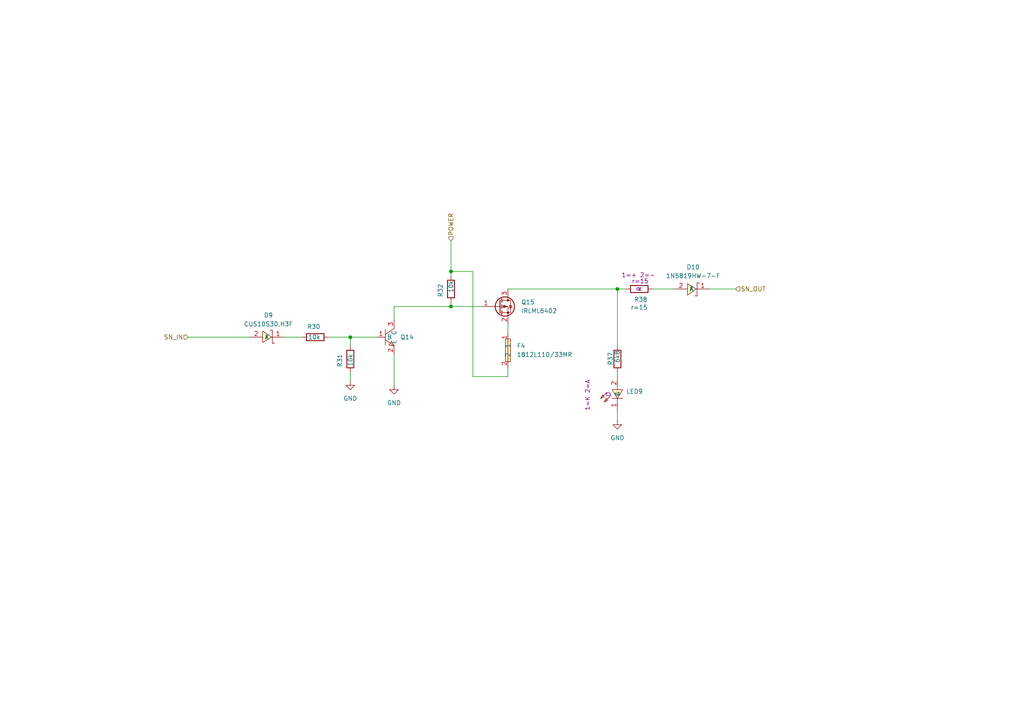
<source format=kicad_sch>
(kicad_sch (version 20250114) (generator "eeschema") (generator_version "9.0")
  (paper "A4")
  (lib_symbols
    (symbol "Device:R" (pin_numbers (hide yes)) (pin_names (offset 0))
      (property "Reference" "R" (at 2.032 0 90))
      (property "Value" "R" (at 0 0 90))
      (symbol "R_0_1"
        (rectangle (start -1.016 -2.54) (end 1.016 2.54) (stroke (width 0.254)))
      )
      (symbol "R_1_1"
        (pin passive line (at 0 3.81 270) (length 1.27) (name "~") (number "1"))
        (pin passive line (at 0 -3.81 90) (length 1.27) (name "~") (number "2"))
      )
    )
    (symbol "GND_1" (power) (pin_numbers (hide yes)) (pin_names (offset 0) (hide yes))
      (property "Value" "GND" (at 0 -3.81 0))
      (symbol "GND_1_0_1"
        (polyline (pts (xy 0 0) (xy 0 -1.27) (xy 1.27 -1.27) (xy 0 -2.54) (xy -1.27 -1.27) (xy 0 -1.27)))
      )
      (symbol "GND_1_1_1"
        (pin power_in line (at 0 0 270) (length 0) (name "~") (number "1"))
      )
    )
    (symbol "Transistor_FET:IRLML6402" (pin_names (hide yes))
      (property "Reference" "Q" (at 5.08 1.905 0))
      (property "Value" "IRLML6402" (at 5.08 0 0))
      (symbol "IRLML6402_0_1"
        (polyline (pts (xy 0.254 1.905) (xy 0.254 -1.905)) (stroke (width 0.254)))
        (polyline (pts (xy 0.254 0) (xy -2.54 0)))
        (polyline (pts (xy 0.762 2.286) (xy 0.762 1.27)) (stroke (width 0.254)))
        (polyline (pts (xy 0.762 1.778) (xy 3.302 1.778) (xy 3.302 -1.778) (xy 0.762 -1.778)))
        (polyline (pts (xy 0.762 0.508) (xy 0.762 -0.508)) (stroke (width 0.254)))
        (polyline (pts (xy 0.762 -1.27) (xy 0.762 -2.286)) (stroke (width 0.254)))
        (circle (center 1.651 0) (radius 2.794) (stroke (width 0.254)))
        (polyline (pts (xy 2.286 0) (xy 1.27 0.381) (xy 1.27 -0.381) (xy 2.286 0)) (fill (type outline)))
        (polyline (pts (xy 2.54 2.54) (xy 2.54 1.778)))
        (circle (center 2.54 1.778) (radius 0.254) (fill (type outline)))
        (circle (center 2.54 -1.778) (radius 0.254) (fill (type outline)))
        (polyline (pts (xy 2.54 -2.54) (xy 2.54 0) (xy 0.762 0)))
        (polyline (pts (xy 2.794 -0.508) (xy 2.921 -0.381) (xy 3.683 -0.381) (xy 3.81 -0.254)))
        (polyline (pts (xy 3.302 -0.381) (xy 2.921 0.254) (xy 3.683 0.254) (xy 3.302 -0.381)))
      )
      (symbol "IRLML6402_1_1"
        (pin input line (at -5.08 0 0) (length 2.54) (name "G") (number "1"))
        (pin passive line (at 2.54 5.08 270) (length 2.54) (name "D") (number "3"))
        (pin passive line (at 2.54 -5.08 90) (length 2.54) (name "S") (number "2"))
      )
    )
    (symbol "lcsc:1812L110_33MR"
      (property "Reference" "F" (at 0 5.08 0))
      (property "Value" "1812L110/33MR" (at 0 -5.08 0))
      (symbol "1812L110_33MR_0_1"
        (rectangle (start -3.3 0.76) (end 3.3 -0.76) (fill (type background)))
        (polyline (pts (xy -2.54 0) (xy 2.54 0)))
        (pin unspecified line (at -5.08 0 0) (length 2.54) (name "1") (number "1"))
        (pin unspecified line (at 5.08 0 180) (length 2.54) (name "2") (number "2"))
      )
    )
    (symbol "lcsc:1N5819HW-7-F"
      (property "Reference" "D" (at 0 5.08 0))
      (property "Value" "1N5819HW-7-F" (at 0 -5.08 0))
      (symbol "1N5819HW-7-F_0_1"
        (polyline (pts (xy -2.03 -1.52) (xy -2.03 -1.78) (xy -1.52 -1.78) (xy -1.52 2.03) (xy -1.02 2.03) (xy -1.02 1.78)))
        (polyline (pts (xy 1.27 -1.52) (xy -1.27 0) (xy 1.27 1.78) (xy 1.27 -1.52)) (fill (type background)))
        (pin unspecified line (at -5.08 0 0) (length 3.81) (name "K") (number "1"))
        (pin unspecified line (at 5.08 0 180) (length 3.81) (name "A") (number "2"))
      )
    )
    (symbol "lcsc:2SC1623300-400"
      (property "Reference" "Q" (at 0 10.16 0))
      (property "Value" "2SC1623 300-400" (at 0 -10.16 0))
      (symbol "2SC1623300-400_0_1"
        (polyline (pts (xy 0 2.29) (xy 0 -2.29)))
        (polyline (pts (xy 0 -0.76) (xy 2.54 -2.54)))
        (polyline (pts (xy 2.54 2.54) (xy 0 0.76)))
        (polyline (pts (xy 2.54 -2.54) (xy 1.78 -1.27) (xy 1.02 -2.29) (xy 2.54 -2.54)) (fill (type background)))
        (pin unspecified line (at -2.54 0 0) (length 2.54) (name "B") (number "1"))
        (pin unspecified line (at 2.54 5.08 270) (length 2.54) (name "C") (number "3"))
        (pin unspecified line (at 2.54 -5.08 90) (length 2.54) (name "E") (number "2"))
      )
    )
    (symbol "lcsc:CUS10S30,H3F"
      (property "Reference" "D" (at 0 5.08 0))
      (property "Value" "CUS10S30,H3F" (at 0 -5.08 0))
      (symbol "CUS10S30,H3F_0_1"
        (polyline (pts (xy -2.03 1.52) (xy -2.03 1.78) (xy -1.52 1.78) (xy -1.52 -2.03) (xy -1.02 -2.03) (xy -1.02 -1.78)))
        (polyline (pts (xy 1.27 1.52) (xy -1.27 0) (xy 1.27 -1.78) (xy 1.27 1.52)) (fill (type background)))
        (pin unspecified line (at -5.08 0 0) (length 3.81) (name "K") (number "1"))
        (pin unspecified line (at 5.08 0 180) (length 3.81) (name "A") (number "2"))
      )
    )
    (symbol "lcsc:ORH-B36G"
      (property "Reference" "LED" (at 0 2.54 0))
      (property "Value" "ORH-B36G" (at 0 -7.62 0))
      (symbol "ORH-B36G_0_1"
        (polyline (pts (xy -2.29 1.27) (xy -1.27 0.76) (xy -1.78 0.25) (xy -2.29 1.27)) (fill (type background)))
        (polyline (pts (xy -1.27 2.29) (xy -0.25 1.78) (xy -0.76 1.27) (xy -1.27 2.29)) (fill (type background)))
        (polyline (pts (xy -1.27 -1.02) (xy -1.27 -4.06)))
        (polyline (pts (xy -0.51 -0.51) (xy -2.29 1.27)))
        (polyline (pts (xy 0.51 0.51) (xy -1.27 2.29)))
        (polyline (pts (xy 1.27 -4.06) (xy -1.27 -2.54) (xy 1.27 -1.02) (xy 1.27 -4.06)) (fill (type background)))
        (pin input line (at -5.08 -2.54 0) (length 3.81) (name "C") (number "1"))
        (pin input line (at 5.08 -2.54 180) (length 3.81) (name "A") (number "2"))
      )
    )
  )
  (junction (at 130.81 78.74))
  (junction (at 179.07 83.82))
  (junction (at 130.81 88.9))
  (junction (at 101.6 97.79))
  (wire (pts (xy 114.3 88.9) (xy 130.81 88.9)))
  (wire (pts (xy 82.55 97.79) (xy 87.63 97.79)))
  (wire (pts (xy 101.6 97.79) (xy 109.22 97.79)))
  (wire (pts (xy 179.07 109.22) (xy 179.07 107.95)))
  (wire (pts (xy 95.25 97.79) (xy 101.6 97.79)))
  (wire (pts (xy 101.6 100.33) (xy 101.6 97.79)))
  (wire (pts (xy 101.6 110.49) (xy 101.6 107.95)))
  (wire (pts (xy 189.23 83.82) (xy 195.58 83.82)))
  (wire (pts (xy 137.16 109.22) (xy 147.32 109.22)))
  (wire (pts (xy 147.32 93.98) (xy 147.32 96.52)))
  (wire (pts (xy 179.07 83.82) (xy 181.61 83.82)))
  (wire (pts (xy 205.74 83.82) (xy 213.36 83.82)))
  (wire (pts (xy 54.61 97.79) (xy 72.39 97.79)))
  (wire (pts (xy 130.81 78.74) (xy 137.16 78.74)))
  (wire (pts (xy 130.81 69.85) (xy 130.81 78.74)))
  (wire (pts (xy 179.07 121.92) (xy 179.07 119.38)))
  (wire (pts (xy 179.07 100.33) (xy 179.07 83.82)))
  (wire (pts (xy 130.81 87.63) (xy 130.81 88.9)))
  (wire (pts (xy 114.3 102.87) (xy 114.3 111.76)))
  (wire (pts (xy 147.32 83.82) (xy 179.07 83.82)))
  (wire (pts (xy 137.16 109.22) (xy 137.16 78.74)))
  (wire (pts (xy 130.81 88.9) (xy 139.7 88.9)))
  (wire (pts (xy 130.81 78.74) (xy 130.81 80.01)))
  (wire (pts (xy 114.3 92.71) (xy 114.3 88.9)))
  (wire (pts (xy 147.32 106.68) (xy 147.32 109.22)))
  (hierarchical_label "SN_OUT" (shape input) (at 213.36 83.82 0))
  (hierarchical_label "SN_IN" (shape input) (at 54.61 97.79 180))
  (hierarchical_label "POWER" (shape input) (at 130.81 69.85 90))
  (symbol (lib_id "lcsc:ORH-B36G") (at 176.53 114.3 90) (unit 1)
    (property "Reference" "LED6" (at 181.61 113.5399 90) (effects (justify right)))
    (property "Value" "${SIM.PARAMS}" (at 181.61 116.0799 90) (effects (justify right)))
    (property "Footprint" "lcsc:LED0603-RD" (effects (hide yes)))
    (property "Datasheet" "https://lcsc.com/product-detail/Others_Orient-ORH-B36G_C193191.html" (effects (hide yes)))
    (property "LCSC Part" "C193191" (effects (hide yes)))
    (property "Sim.Device" "D" (at 176.53 114.3 0))
    (property "Sim.Pins" "1=K 2=A" (at 170.434 114.554 0))
    (instances (project "espio" (path "" (reference "LED9") (unit 1)) (path "" (reference "LED6") (unit 1)) (path "" (reference "LED8") (unit 1)) (path "" (reference "LED7") (unit 1))))
  )
  (symbol (lib_id "Device:R") (at 179.07 104.14 180) (unit 1)
    (property "Reference" "R6" (at 177.038 102.108 90) (effects (justify left)))
    (property "Value" "6k8" (at 179.07 101.6 90) (effects (justify left)))
    (property "Footprint" "Resistor_SMD:R_0603_1608Metric" (effects (hide yes)))
    (instances (project "espio" (path "" (reference "R37") (unit 1)) (path "" (reference "R6") (unit 1)) (path "" (reference "R20") (unit 1)) (path "" (reference "R11") (unit 1))))
  )
  (symbol (lib_id "Device:R") (at 185.42 83.82 270) (unit 1)
    (property "Reference" "R7" (at 183.896 86.868 90) (effects (justify left)))
    (property "Value" "${SIM.PARAMS}" (at 182.88 89.154 90) (effects (justify left)))
    (property "Footprint" "Resistor_THT:R_Axial_DIN0207_L6.3mm_D2.5mm_P7.62mm_Horizontal" (effects (hide yes)))
    (property "Sim.Device" "R" (at 185.42 83.82 0))
    (property "Sim.Type" "=" (at 185.42 83.82 0))
    (property "Sim.Params" "r=15" (at 185.674 81.534 90))
    (property "Sim.Pins" "1=+ 2=-" (at 185.166 79.756 90))
    (instances (project "espio" (path "" (reference "R38") (unit 1)) (path "" (reference "R7") (unit 1)) (path "" (reference "R29") (unit 1)) (path "" (reference "R13") (unit 1))))
  )
  (symbol (lib_name "GND_1") (lib_id "power:GND") (at 179.07 121.92 0) (unit 1)
    (property "Reference" "#PWR05" (effects (hide yes)))
    (property "Value" "GND" (at 179.07 127 0))
    (property "Description" "Power symbol creates a global label with name \"GND\" , ground" (effects (hide yes)))
    (instances (project "espio" (path "" (reference "#PWR023") (unit 1)) (path "" (reference "#PWR05") (unit 1)) (path "" (reference "#PWR020") (unit 1)) (path "" (reference "#PWR010") (unit 1))))
  )
  (symbol (lib_id "lcsc:2SC1623300-400") (at 111.76 97.79 0) (unit 1)
    (property "Reference" "Q2" (at 116.078 97.79 0) (effects (justify left)))
    (property "Value" "2SC1623 300-400" (effects (hide yes)))
    (property "Footprint" "lcsc:SOT-23-3_L2.9-W1.3-P1.90-LS2.4-BR" (effects (hide yes)))
    (property "Datasheet" "https://lcsc.com/product-detail/Transistors-NPN-PNP_2SC1623_C2133.html" (effects (hide yes)))
    (property "LCSC Part" "C2133" (effects (hide yes)))
    (property "Sim.Device" "NPN" (effects (hide yes)))
    (property "Sim.Type" "VBIC" (effects (hide yes)))
    (property "Sim.Pins" "1=C 2=B 3=E" (effects (hide yes)))
    (instances (project "espio" (path "" (reference "Q14") (unit 1)) (path "" (reference "Q2") (unit 1)) (path "" (reference "Q9") (unit 1)) (path "" (reference "Q6") (unit 1))))
  )
  (symbol (lib_name "GND_1") (lib_id "power:GND") (at 114.3 111.76 0) (unit 1)
    (property "Reference" "#PWR03" (effects (hide yes)))
    (property "Value" "GND" (at 114.3 116.84 0))
    (property "Description" "Power symbol creates a global label with name \"GND\" , ground" (effects (hide yes)))
    (instances (project "espio" (path "" (reference "#PWR022") (unit 1)) (path "" (reference "#PWR03") (unit 1)) (path "" (reference "#PWR017") (unit 1)) (path "" (reference "#PWR09") (unit 1))))
  )
  (symbol (lib_id "Transistor_FET:IRLML6402") (at 144.78 88.9 0) (unit 1)
    (property "Reference" "Q4" (at 151.13 87.6299 0) (effects (justify left)))
    (property "Value" "IRLML6402" (at 151.13 90.1699 0) (effects (justify left)))
    (property "Footprint" "Package_TO_SOT_SMD:SOT-23" (effects (hide yes)))
    (property "Datasheet" "https://www.infineon.com/dgdl/irlml6402pbf.pdf?fileId=5546d462533600a401535668d5c2263c" (effects (hide yes)))
    (property "Description" "-3.7A Id, -20V Vds, 65mOhm Rds, P-Channel HEXFET Power MOSFET, SOT-23" (effects (hide yes)))
    (property "Sim.Device" "PMOS" (effects (hide yes)))
    (property "Sim.Type" "VDMOS" (effects (hide yes)))
    (property "Sim.Pins" "1=D 2=G 3=S" (effects (hide yes)))
    (instances (project "espio" (path "" (reference "Q15") (unit 1)) (path "" (reference "Q4") (unit 1)) (path "" (reference "Q11") (unit 1)) (path "" (reference "Q8") (unit 1))))
  )
  (symbol (lib_id "lcsc:CUS10S30,H3F") (at 77.47 97.79 180) (unit 1)
    (property "Reference" "D1" (at 77.85 91.44 0))
    (property "Value" "CUS10S30,H3F" (at 77.85 93.98 0))
    (property "Footprint" "lcsc:SOD-323_L1.8-W1.3-LS2.5-RD" (effects (hide yes)))
    (property "Datasheet" "https://lcsc.com/product-detail/Schottky-Barrier-Diodes-SBD_TOSHIBA_CUS10S30-H3F_CUS10S30-H3F_C146335.html" (effects (hide yes)))
    (property "LCSC Part" "C146335" (effects (hide yes)))
    (property "Sim.Device" "D" (effects (hide yes)))
    (property "Sim.Pins" "1=A 2=K" (effects (hide yes)))
    (instances (project "espio" (path "" (reference "D9") (unit 1)) (path "" (reference "D1") (unit 1)) (path "" (reference "D7") (unit 1)) (path "" (reference "D4") (unit 1))))
  )
  (symbol (lib_id "lcsc:1N5819HW-7-F") (at 200.66 83.82 180) (unit 1)
    (property "Reference" "D3" (at 201.04 77.47 0))
    (property "Value" "1N5819HW-7-F" (at 201.04 80.01 0))
    (property "Footprint" "lcsc:SOD-123_L2.7-W1.6-LS3.7-RD" (effects (hide yes)))
    (property "Datasheet" "https://lcsc.com/product-detail/Schottky-Barrier-Diodes-SBD_DIODES_1N5819HW-7-F_1N5819HW-7-F_C82544.html" (effects (hide yes)))
    (property "LCSC Part" "C82544" (effects (hide yes)))
    (property "Sim.Device" "D" (effects (hide yes)))
    (property "Sim.Pins" "1=A 2=K" (effects (hide yes)))
    (instances (project "espio" (path "" (reference "D10") (unit 1)) (path "" (reference "D3") (unit 1)) (path "" (reference "D8") (unit 1)) (path "" (reference "D5") (unit 1))))
  )
  (symbol (lib_id "Device:R") (at 91.44 97.79 90) (unit 1)
    (property "Reference" "R1" (at 92.964 94.742 90) (effects (justify left)))
    (property "Value" "10k" (at 92.964 97.79 90) (effects (justify left)))
    (property "Footprint" "Resistor_SMD:R_0603_1608Metric" (effects (hide yes)))
    (instances (project "espio" (path "" (reference "R30") (unit 1)) (path "" (reference "R1") (unit 1)) (path "" (reference "R16") (unit 1)) (path "" (reference "R8") (unit 1))))
  )
  (symbol (lib_id "Device:R") (at 101.6 104.14 180) (unit 1)
    (property "Reference" "R4" (at 98.552 102.616 90) (effects (justify left)))
    (property "Value" "10k" (at 101.6 102.616 90) (effects (justify left)))
    (property "Footprint" "Resistor_SMD:R_0603_1608Metric" (effects (hide yes)))
    (instances (project "espio" (path "" (reference "R31") (unit 1)) (path "" (reference "R4") (unit 1)) (path "" (reference "R18") (unit 1)) (path "" (reference "R9") (unit 1))))
  )
  (symbol (lib_id "lcsc:1812L110_33MR") (at 147.32 101.6 270) (unit 1)
    (property "Reference" "F1" (at 149.86 100.3299 90) (effects (justify left)))
    (property "Value" "1812L110/33MR" (at 149.86 102.8699 90) (effects (justify left)))
    (property "Footprint" "lcsc:F1812" (effects (hide yes)))
    (property "Datasheet" "https://lcsc.com/product-detail/Surface-Mount-Fuses_Littelfuse_1812L110-33MR_1-1A-33V-Self-recovery_C142747.html" (effects (hide yes)))
    (property "LCSC Part" "C142747" (effects (hide yes)))
    (property "Sim.Device" "SW" (effects (hide yes)))
    (property "Sim.Pins" "1=ctrl+ 2=ctrl-" (effects (hide yes)))
    (property "Sim.Params" "ic=on" (effects (hide yes)))
    (property "Sim.Type" "V" (effects (hide yes)))
    (instances (project "espio" (path "" (reference "F4") (unit 1)) (path "" (reference "F1") (unit 1)) (path "" (reference "F3") (unit 1)) (path "" (reference "F2") (unit 1))))
  )
  (symbol (lib_id "Device:R") (at 130.81 83.82 180) (unit 1)
    (property "Reference" "R5" (at 127.762 82.296 90) (effects (justify left)))
    (property "Value" "10k" (at 130.81 81.28 90) (effects (justify left)))
    (property "Footprint" "Resistor_SMD:R_0603_1608Metric" (effects (hide yes)))
    (instances (project "espio" (path "" (reference "R32") (unit 1)) (path "" (reference "R5") (unit 1)) (path "" (reference "R19") (unit 1)) (path "" (reference "R10") (unit 1))))
  )
  (symbol (lib_name "GND_1") (lib_id "power:GND") (at 101.6 110.49 0) (unit 1)
    (property "Reference" "#PWR01" (effects (hide yes)))
    (property "Value" "GND" (at 101.6 115.57 0))
    (property "Description" "Power symbol creates a global label with name \"GND\" , ground" (effects (hide yes)))
    (instances (project "espio" (path "" (reference "#PWR021") (unit 1)) (path "" (reference "#PWR01") (unit 1)) (path "" (reference "#PWR016") (unit 1)) (path "" (reference "#PWR07") (unit 1))))
  )
)
</source>
